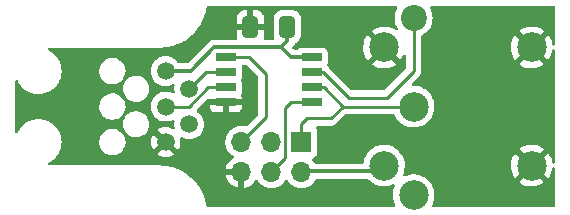
<source format=gbr>
%TF.GenerationSoftware,KiCad,Pcbnew,6.0.2+dfsg-1*%
%TF.CreationDate,2024-04-13T11:51:49+02:00*%
%TF.ProjectId,ps2_to_amiga,7073325f-746f-45f6-916d-6967612e6b69,rev?*%
%TF.SameCoordinates,Original*%
%TF.FileFunction,Copper,L1,Top*%
%TF.FilePolarity,Positive*%
%FSLAX46Y46*%
G04 Gerber Fmt 4.6, Leading zero omitted, Abs format (unit mm)*
G04 Created by KiCad (PCBNEW 6.0.2+dfsg-1) date 2024-04-13 11:51:49*
%MOMM*%
%LPD*%
G01*
G04 APERTURE LIST*
G04 Aperture macros list*
%AMRoundRect*
0 Rectangle with rounded corners*
0 $1 Rounding radius*
0 $2 $3 $4 $5 $6 $7 $8 $9 X,Y pos of 4 corners*
0 Add a 4 corners polygon primitive as box body*
4,1,4,$2,$3,$4,$5,$6,$7,$8,$9,$2,$3,0*
0 Add four circle primitives for the rounded corners*
1,1,$1+$1,$2,$3*
1,1,$1+$1,$4,$5*
1,1,$1+$1,$6,$7*
1,1,$1+$1,$8,$9*
0 Add four rect primitives between the rounded corners*
20,1,$1+$1,$2,$3,$4,$5,0*
20,1,$1+$1,$4,$5,$6,$7,0*
20,1,$1+$1,$6,$7,$8,$9,0*
20,1,$1+$1,$8,$9,$2,$3,0*%
G04 Aperture macros list end*
%TA.AperFunction,SMDPad,CuDef*%
%ADD10R,1.700000X0.650000*%
%TD*%
%TA.AperFunction,ComponentPad*%
%ADD11R,1.700000X1.700000*%
%TD*%
%TA.AperFunction,ComponentPad*%
%ADD12O,1.700000X1.700000*%
%TD*%
%TA.AperFunction,ComponentPad*%
%ADD13C,2.200000*%
%TD*%
%TA.AperFunction,ComponentPad*%
%ADD14C,2.500000*%
%TD*%
%TA.AperFunction,ComponentPad*%
%ADD15C,1.500000*%
%TD*%
%TA.AperFunction,SMDPad,CuDef*%
%ADD16RoundRect,0.250000X0.412500X0.650000X-0.412500X0.650000X-0.412500X-0.650000X0.412500X-0.650000X0*%
%TD*%
%TA.AperFunction,Conductor*%
%ADD17C,0.250000*%
%TD*%
%TA.AperFunction,Conductor*%
%ADD18C,0.304800*%
%TD*%
G04 APERTURE END LIST*
D10*
%TO.P,U1,8,VCC*%
%TO.N,+5V*%
X151400000Y-75845000D03*
%TO.P,U1,7,PB2*%
%TO.N,PS2_CLK*%
X151400000Y-77115000D03*
%TO.P,U1,6,PB1*%
%TO.N,PS2_DAT*%
X151400000Y-78385000D03*
%TO.P,U1,5,AREF/PB0*%
%TO.N,AMIGA_RST*%
X151400000Y-79655000D03*
%TO.P,U1,4,GND*%
%TO.N,GND*%
X144100000Y-79655000D03*
%TO.P,U1,3,XTAL2/PB4*%
%TO.N,AMIGA_DAT*%
X144100000Y-78385000D03*
%TO.P,U1,2,XTAL1/PB3*%
%TO.N,AMIGA_CLK*%
X144100000Y-77115000D03*
%TO.P,U1,1,~{RESET}/PB5*%
%TO.N,/ISP_RST*%
X144100000Y-75845000D03*
%TD*%
D11*
%TO.P,J2,1,MISO*%
%TO.N,PS2_DAT*%
X150500000Y-83000000D03*
D12*
%TO.P,J2,2,VCC*%
%TO.N,+5V*%
X150500000Y-85540000D03*
%TO.P,J2,3,SCK*%
%TO.N,PS2_CLK*%
X147960000Y-83000000D03*
%TO.P,J2,4,MOSI*%
%TO.N,AMIGA_RST*%
X147960000Y-85540000D03*
%TO.P,J2,5,~{RST}*%
%TO.N,/ISP_RST*%
X145420000Y-83000000D03*
%TO.P,J2,6,GND*%
%TO.N,GND*%
X145420000Y-85540000D03*
%TD*%
D13*
%TO.P,J4,1*%
%TO.N,PS2_CLK*%
X160000000Y-72500000D03*
D14*
%TO.P,J4,2*%
%TO.N,PS2_DAT*%
X160000000Y-80000000D03*
%TO.P,J4,3*%
%TO.N,unconnected-(J4-Pad3)*%
X160000000Y-87500000D03*
%TO.P,J4,4*%
%TO.N,GND*%
X157500000Y-75000000D03*
%TO.P,J4,5*%
%TO.N,+5V*%
X157500000Y-85000000D03*
%TO.P,J4,6*%
%TO.N,GND*%
X170000000Y-85000000D03*
X170000000Y-75000000D03*
%TD*%
D15*
%TO.P,J1,1,Pin_1*%
%TO.N,+5V*%
X139000000Y-77000000D03*
%TO.P,J1,2,Pin_2*%
%TO.N,AMIGA_CLK*%
X141000000Y-78500000D03*
%TO.P,J1,3,Pin_3*%
%TO.N,AMIGA_DAT*%
X139000000Y-80000000D03*
%TO.P,J1,4,Pin_4*%
%TO.N,AMIGA_RST*%
X141000000Y-81500000D03*
%TO.P,J1,5,Pin_5*%
%TO.N,GND*%
X139000000Y-83000000D03*
%TD*%
D16*
%TO.P,C1,1*%
%TO.N,+5V*%
X149312500Y-73250000D03*
%TO.P,C1,2*%
%TO.N,GND*%
X146187500Y-73250000D03*
%TD*%
D17*
%TO.N,/ISP_RST*%
X145420000Y-83000000D02*
X147500000Y-80920000D01*
X147500000Y-80920000D02*
X147500000Y-77250000D01*
X147500000Y-77250000D02*
X146095000Y-75845000D01*
X146095000Y-75845000D02*
X144100000Y-75845000D01*
D18*
%TO.N,+5V*%
X148750000Y-75000000D02*
X149312500Y-74437500D01*
X149312500Y-74437500D02*
X149312500Y-73250000D01*
X143125000Y-75000000D02*
X148750000Y-75000000D01*
X151400000Y-75845000D02*
X149595000Y-75845000D01*
X149595000Y-75845000D02*
X148750000Y-75000000D01*
X139000000Y-77000000D02*
X141125000Y-77000000D01*
X141125000Y-77000000D02*
X143125000Y-75000000D01*
D17*
%TO.N,PS2_CLK*%
X152035000Y-77250000D02*
X152170000Y-77115000D01*
X152170000Y-77115000D02*
X152365000Y-77115000D01*
X152365000Y-77115000D02*
X154500000Y-79250000D01*
X154500000Y-79250000D02*
X157750000Y-79250000D01*
X157750000Y-79250000D02*
X160000000Y-77000000D01*
X160000000Y-77000000D02*
X160000000Y-72500000D01*
%TO.N,PS2_DAT*%
X152015000Y-78500000D02*
X152130000Y-78385000D01*
X152130000Y-78385000D02*
X152385000Y-78385000D01*
X152385000Y-78385000D02*
X154000000Y-80000000D01*
X150500000Y-83000000D02*
X150500000Y-81500000D01*
X150500000Y-81500000D02*
X151000000Y-81000000D01*
X151000000Y-81000000D02*
X153000000Y-81000000D01*
X153000000Y-81000000D02*
X154000000Y-80000000D01*
X154000000Y-80000000D02*
X155500000Y-80000000D01*
%TO.N,AMIGA_CLK*%
X141000000Y-78500000D02*
X142385000Y-77115000D01*
X142385000Y-77115000D02*
X144100000Y-77115000D01*
%TO.N,AMIGA_DAT*%
X139000000Y-80000000D02*
X141019589Y-80000000D01*
X141019589Y-80000000D02*
X142634589Y-78385000D01*
X142634589Y-78385000D02*
X144100000Y-78385000D01*
%TO.N,AMIGA_RST*%
X151400000Y-79655000D02*
X149595000Y-79655000D01*
X149134511Y-84365489D02*
X147960000Y-85540000D01*
X149595000Y-79655000D02*
X149134511Y-80115489D01*
X149134511Y-80115489D02*
X149134511Y-84365489D01*
D18*
%TO.N,+5V*%
X150500000Y-85540000D02*
X150540000Y-85500000D01*
X150540000Y-85500000D02*
X157000000Y-85500000D01*
X157000000Y-85500000D02*
X157500000Y-85000000D01*
X149562500Y-73000000D02*
X149562500Y-73507500D01*
D17*
%TO.N,PS2_DAT*%
X155500000Y-80000000D02*
X160000000Y-80000000D01*
%TD*%
%TA.AperFunction,Conductor*%
%TO.N,GND*%
G36*
X158564536Y-71528002D02*
G01*
X158611029Y-71581658D01*
X158621133Y-71651932D01*
X158603848Y-71699835D01*
X158562384Y-71767498D01*
X158560491Y-71772068D01*
X158560489Y-71772072D01*
X158502214Y-71912761D01*
X158465495Y-72001409D01*
X158406391Y-72247597D01*
X158386526Y-72500000D01*
X158406391Y-72752403D01*
X158407545Y-72757210D01*
X158407546Y-72757216D01*
X158445179Y-72913968D01*
X158465495Y-72998591D01*
X158562384Y-73232502D01*
X158564970Y-73236721D01*
X158564973Y-73236728D01*
X158638152Y-73356146D01*
X158656690Y-73424679D01*
X158635233Y-73492356D01*
X158580594Y-73537689D01*
X158510120Y-73546285D01*
X158458899Y-73525507D01*
X158398597Y-73483673D01*
X158390562Y-73478940D01*
X158164593Y-73367505D01*
X158155960Y-73364017D01*
X157915998Y-73287205D01*
X157906938Y-73285029D01*
X157658260Y-73244529D01*
X157648973Y-73243717D01*
X157397053Y-73240419D01*
X157387742Y-73240989D01*
X157138097Y-73274964D01*
X157128978Y-73276902D01*
X156887098Y-73347404D01*
X156878367Y-73350667D01*
X156649558Y-73456151D01*
X156641406Y-73460670D01*
X156462353Y-73578062D01*
X156453216Y-73588803D01*
X156457789Y-73598579D01*
X158899913Y-76040703D01*
X158912293Y-76047463D01*
X158920634Y-76041219D01*
X159046765Y-75845127D01*
X159051212Y-75836936D01*
X159125618Y-75671762D01*
X159171834Y-75617868D01*
X159239850Y-75597515D01*
X159308073Y-75617165D01*
X159354842Y-75670580D01*
X159366500Y-75723513D01*
X159366500Y-76685406D01*
X159346498Y-76753527D01*
X159329595Y-76774501D01*
X157524500Y-78579595D01*
X157462188Y-78613621D01*
X157435405Y-78616500D01*
X154814594Y-78616500D01*
X154746473Y-78596498D01*
X154725499Y-78579595D01*
X153808138Y-77662233D01*
X152868652Y-76722747D01*
X152861112Y-76714461D01*
X152857000Y-76707982D01*
X152807348Y-76661356D01*
X152804507Y-76658602D01*
X152784770Y-76638865D01*
X152781573Y-76636385D01*
X152772551Y-76628680D01*
X152746099Y-76603840D01*
X152746100Y-76603840D01*
X152745023Y-76602829D01*
X152745021Y-76602827D01*
X152740321Y-76598414D01*
X152741061Y-76597626D01*
X152710914Y-76558021D01*
X152708077Y-76559574D01*
X152703766Y-76551699D01*
X152700615Y-76543295D01*
X152697273Y-76538836D01*
X152682470Y-76471152D01*
X152697067Y-76421439D01*
X152700615Y-76416705D01*
X152703454Y-76409133D01*
X156455612Y-76409133D01*
X156464325Y-76420653D01*
X156562018Y-76492284D01*
X156569928Y-76497227D01*
X156792890Y-76614533D01*
X156801453Y-76618256D01*
X157039304Y-76701318D01*
X157048313Y-76703732D01*
X157295842Y-76750727D01*
X157305098Y-76751781D01*
X157556857Y-76761673D01*
X157566171Y-76761347D01*
X157816615Y-76733920D01*
X157825792Y-76732219D01*
X158069431Y-76668074D01*
X158078251Y-76665037D01*
X158309736Y-76565583D01*
X158318008Y-76561276D01*
X158532249Y-76428700D01*
X158539188Y-76423658D01*
X158547518Y-76411019D01*
X158541456Y-76400666D01*
X157512812Y-75372022D01*
X157498868Y-75364408D01*
X157497035Y-75364539D01*
X157490420Y-75368790D01*
X156462270Y-76396940D01*
X156455612Y-76409133D01*
X152703454Y-76409133D01*
X152707030Y-76399595D01*
X152748971Y-76287715D01*
X152751745Y-76280316D01*
X152758500Y-76218134D01*
X152758500Y-75471866D01*
X152751745Y-75409684D01*
X152700615Y-75273295D01*
X152613261Y-75156739D01*
X152496705Y-75069385D01*
X152360316Y-75018255D01*
X152298134Y-75011500D01*
X150501866Y-75011500D01*
X150439684Y-75018255D01*
X150303295Y-75069385D01*
X150186739Y-75156739D01*
X150184957Y-75154362D01*
X150135770Y-75181221D01*
X150108987Y-75184100D01*
X149920945Y-75184100D01*
X149852824Y-75164098D01*
X149831850Y-75147195D01*
X149774650Y-75089995D01*
X149740624Y-75027683D01*
X149745571Y-74958523D01*
X155737898Y-74958523D01*
X155749987Y-75210175D01*
X155751124Y-75219435D01*
X155800274Y-75466535D01*
X155802768Y-75475528D01*
X155887900Y-75712639D01*
X155891700Y-75721174D01*
X156010946Y-75943101D01*
X156015957Y-75950968D01*
X156079446Y-76035990D01*
X156090704Y-76044439D01*
X156103123Y-76037667D01*
X157127978Y-75012812D01*
X157135592Y-74998868D01*
X157135461Y-74997035D01*
X157131210Y-74990420D01*
X156101321Y-73960531D01*
X156088013Y-73953264D01*
X156077974Y-73960386D01*
X156067761Y-73972666D01*
X156062346Y-73980258D01*
X155931646Y-74195646D01*
X155927408Y-74203963D01*
X155829981Y-74436299D01*
X155827020Y-74445149D01*
X155765006Y-74689331D01*
X155763384Y-74698528D01*
X155738143Y-74949198D01*
X155737898Y-74958523D01*
X149745571Y-74958523D01*
X149745689Y-74956868D01*
X149780913Y-74905953D01*
X149807252Y-74882976D01*
X149841393Y-74834398D01*
X149845325Y-74829104D01*
X149877277Y-74788355D01*
X149881963Y-74782379D01*
X149885089Y-74775455D01*
X149888802Y-74769324D01*
X149891438Y-74764704D01*
X149894860Y-74758322D01*
X149899231Y-74752103D01*
X149920799Y-74696786D01*
X149923354Y-74690707D01*
X149931111Y-74673527D01*
X149977373Y-74619672D01*
X150006065Y-74605856D01*
X150048946Y-74591550D01*
X150199348Y-74498478D01*
X150324305Y-74373303D01*
X150336535Y-74353463D01*
X150413275Y-74228968D01*
X150413276Y-74228966D01*
X150417115Y-74222738D01*
X150472797Y-74054861D01*
X150483500Y-73950400D01*
X150483500Y-72549600D01*
X150477842Y-72495070D01*
X150473238Y-72450692D01*
X150473237Y-72450688D01*
X150472526Y-72443834D01*
X150416550Y-72276054D01*
X150323478Y-72125652D01*
X150198303Y-72000695D01*
X150074821Y-71924579D01*
X150053968Y-71911725D01*
X150053966Y-71911724D01*
X150047738Y-71907885D01*
X149967995Y-71881436D01*
X149886389Y-71854368D01*
X149886387Y-71854368D01*
X149879861Y-71852203D01*
X149873025Y-71851503D01*
X149873022Y-71851502D01*
X149829969Y-71847091D01*
X149775400Y-71841500D01*
X148849600Y-71841500D01*
X148846354Y-71841837D01*
X148846350Y-71841837D01*
X148750692Y-71851762D01*
X148750688Y-71851763D01*
X148743834Y-71852474D01*
X148737298Y-71854655D01*
X148737296Y-71854655D01*
X148720928Y-71860116D01*
X148576054Y-71908450D01*
X148425652Y-72001522D01*
X148300695Y-72126697D01*
X148296855Y-72132927D01*
X148296854Y-72132928D01*
X148229138Y-72242784D01*
X148207885Y-72277262D01*
X148152203Y-72445139D01*
X148151503Y-72451975D01*
X148151502Y-72451978D01*
X148151491Y-72452086D01*
X148141500Y-72549600D01*
X148141500Y-73950400D01*
X148141837Y-73953646D01*
X148141837Y-73953650D01*
X148151752Y-74049206D01*
X148152474Y-74056166D01*
X148154657Y-74062708D01*
X148154657Y-74062710D01*
X148191527Y-74173223D01*
X148194112Y-74244173D01*
X148157929Y-74305257D01*
X148094465Y-74337082D01*
X148072004Y-74339100D01*
X147427535Y-74339100D01*
X147359414Y-74319098D01*
X147312921Y-74265442D01*
X147302817Y-74195168D01*
X147307942Y-74173433D01*
X147345137Y-74061293D01*
X147348005Y-74047914D01*
X147357672Y-73953562D01*
X147358000Y-73947146D01*
X147358000Y-73522115D01*
X147353525Y-73506876D01*
X147352135Y-73505671D01*
X147344452Y-73504000D01*
X145035116Y-73504000D01*
X145019877Y-73508475D01*
X145018672Y-73509865D01*
X145017001Y-73517548D01*
X145017001Y-73947095D01*
X145017338Y-73953614D01*
X145027257Y-74049206D01*
X145030150Y-74062603D01*
X145067055Y-74173225D01*
X145069639Y-74244174D01*
X145033455Y-74305258D01*
X144969990Y-74337082D01*
X144947531Y-74339100D01*
X143152263Y-74339100D01*
X143143692Y-74338808D01*
X143090157Y-74335158D01*
X143082680Y-74336463D01*
X143082679Y-74336463D01*
X143069243Y-74338808D01*
X143031653Y-74345369D01*
X143025135Y-74346330D01*
X143006777Y-74348552D01*
X142973738Y-74352550D01*
X142973736Y-74352550D01*
X142966195Y-74353463D01*
X142959087Y-74356149D01*
X142952121Y-74357860D01*
X142946932Y-74359279D01*
X142940053Y-74361356D01*
X142932576Y-74362661D01*
X142925624Y-74365713D01*
X142925623Y-74365713D01*
X142878220Y-74386522D01*
X142872111Y-74389015D01*
X142823664Y-74407321D01*
X142823662Y-74407322D01*
X142816559Y-74410006D01*
X142810302Y-74414306D01*
X142803925Y-74417640D01*
X142799255Y-74420240D01*
X142793058Y-74423905D01*
X142786103Y-74426958D01*
X142780079Y-74431580D01*
X142780078Y-74431581D01*
X142738995Y-74463106D01*
X142733657Y-74466984D01*
X142690988Y-74496309D01*
X142690986Y-74496311D01*
X142684729Y-74500611D01*
X142679677Y-74506281D01*
X142679676Y-74506282D01*
X142646232Y-74543819D01*
X142641251Y-74549095D01*
X140888152Y-76302195D01*
X140825840Y-76336220D01*
X140799057Y-76339100D01*
X140139169Y-76339100D01*
X140071048Y-76319098D01*
X140035956Y-76285371D01*
X139970908Y-76192473D01*
X139970906Y-76192470D01*
X139967749Y-76187962D01*
X139812038Y-76032251D01*
X139782566Y-76011614D01*
X139732759Y-75976739D01*
X139631654Y-75905944D01*
X139432076Y-75812880D01*
X139219371Y-75755885D01*
X139000000Y-75736693D01*
X138780629Y-75755885D01*
X138567924Y-75812880D01*
X138516336Y-75836936D01*
X138373334Y-75903618D01*
X138373329Y-75903621D01*
X138368347Y-75905944D01*
X138363840Y-75909100D01*
X138363838Y-75909101D01*
X138192473Y-76029092D01*
X138192470Y-76029094D01*
X138187962Y-76032251D01*
X138032251Y-76187962D01*
X138029094Y-76192470D01*
X138029092Y-76192473D01*
X137926423Y-76339100D01*
X137905944Y-76368347D01*
X137903621Y-76373329D01*
X137903618Y-76373334D01*
X137875100Y-76434492D01*
X137812880Y-76567924D01*
X137755885Y-76780629D01*
X137736693Y-77000000D01*
X137755885Y-77219371D01*
X137812880Y-77432076D01*
X137843345Y-77497409D01*
X137903618Y-77626666D01*
X137903621Y-77626671D01*
X137905944Y-77631653D01*
X137909100Y-77636160D01*
X137909101Y-77636162D01*
X137992612Y-77755427D01*
X138032251Y-77812038D01*
X138187962Y-77967749D01*
X138192471Y-77970906D01*
X138192473Y-77970908D01*
X138255847Y-78015283D01*
X138368346Y-78094056D01*
X138567924Y-78187120D01*
X138780629Y-78244115D01*
X139000000Y-78263307D01*
X139219371Y-78244115D01*
X139432076Y-78187120D01*
X139585862Y-78115409D01*
X139656054Y-78104748D01*
X139720867Y-78133728D01*
X139759723Y-78193148D01*
X139760818Y-78262217D01*
X139757309Y-78275312D01*
X139757308Y-78275320D01*
X139755885Y-78280629D01*
X139736693Y-78500000D01*
X139755885Y-78719371D01*
X139757308Y-78724680D01*
X139757309Y-78724688D01*
X139760818Y-78737783D01*
X139759130Y-78808760D01*
X139719336Y-78867556D01*
X139654072Y-78895505D01*
X139585862Y-78884591D01*
X139514406Y-78851271D01*
X139432076Y-78812880D01*
X139219371Y-78755885D01*
X139000000Y-78736693D01*
X138780629Y-78755885D01*
X138567924Y-78812880D01*
X138485594Y-78851271D01*
X138373334Y-78903618D01*
X138373329Y-78903621D01*
X138368347Y-78905944D01*
X138363840Y-78909100D01*
X138363838Y-78909101D01*
X138192473Y-79029092D01*
X138192470Y-79029094D01*
X138187962Y-79032251D01*
X138032251Y-79187962D01*
X138029094Y-79192470D01*
X138029092Y-79192473D01*
X137927783Y-79337157D01*
X137905944Y-79368347D01*
X137903621Y-79373329D01*
X137903618Y-79373334D01*
X137880099Y-79423772D01*
X137812880Y-79567924D01*
X137755885Y-79780629D01*
X137736693Y-80000000D01*
X137755885Y-80219371D01*
X137812880Y-80432076D01*
X137843902Y-80498603D01*
X137903618Y-80626666D01*
X137903621Y-80626671D01*
X137905944Y-80631653D01*
X137909100Y-80636160D01*
X137909101Y-80636162D01*
X137992612Y-80755427D01*
X138032251Y-80812038D01*
X138187962Y-80967749D01*
X138192471Y-80970906D01*
X138192473Y-80970908D01*
X138253702Y-81013781D01*
X138368346Y-81094056D01*
X138567924Y-81187120D01*
X138780629Y-81244115D01*
X139000000Y-81263307D01*
X139219371Y-81244115D01*
X139432076Y-81187120D01*
X139585862Y-81115409D01*
X139656054Y-81104748D01*
X139720867Y-81133728D01*
X139759723Y-81193148D01*
X139760818Y-81262217D01*
X139757309Y-81275312D01*
X139757308Y-81275319D01*
X139755885Y-81280629D01*
X139736693Y-81500000D01*
X139755885Y-81719371D01*
X139757306Y-81724675D01*
X139757308Y-81724685D01*
X139760987Y-81738412D01*
X139759299Y-81809389D01*
X139719506Y-81868185D01*
X139654242Y-81896135D01*
X139586031Y-81885221D01*
X139436887Y-81815674D01*
X139426595Y-81811928D01*
X139224599Y-81757804D01*
X139213804Y-81755901D01*
X139005475Y-81737674D01*
X138994525Y-81737674D01*
X138786196Y-81755901D01*
X138775401Y-81757804D01*
X138573405Y-81811928D01*
X138563113Y-81815674D01*
X138373583Y-81904054D01*
X138364093Y-81909534D01*
X138322851Y-81938411D01*
X138314477Y-81948887D01*
X138321545Y-81962334D01*
X139000000Y-82640790D01*
X140038388Y-83679177D01*
X140050162Y-83685606D01*
X140062176Y-83676310D01*
X140090466Y-83635907D01*
X140095946Y-83626417D01*
X140184326Y-83436887D01*
X140188072Y-83426595D01*
X140242196Y-83224599D01*
X140244099Y-83213804D01*
X140262326Y-83005475D01*
X140262326Y-82994525D01*
X140244099Y-82786196D01*
X140242195Y-82775394D01*
X140238589Y-82761937D01*
X140240279Y-82690961D01*
X140280074Y-82632166D01*
X140345339Y-82604219D01*
X140413546Y-82615133D01*
X140567924Y-82687120D01*
X140780629Y-82744115D01*
X141000000Y-82763307D01*
X141219371Y-82744115D01*
X141432076Y-82687120D01*
X141631654Y-82594056D01*
X141742351Y-82516545D01*
X141807527Y-82470908D01*
X141807529Y-82470906D01*
X141812038Y-82467749D01*
X141967749Y-82312038D01*
X142007389Y-82255427D01*
X142090899Y-82136162D01*
X142090900Y-82136160D01*
X142094056Y-82131653D01*
X142096379Y-82126671D01*
X142096382Y-82126666D01*
X142156098Y-81998603D01*
X142187120Y-81932076D01*
X142244115Y-81719371D01*
X142263307Y-81500000D01*
X142244115Y-81280629D01*
X142187120Y-81067924D01*
X142119901Y-80923772D01*
X142096382Y-80873334D01*
X142096379Y-80873329D01*
X142094056Y-80868347D01*
X142077965Y-80845367D01*
X141970908Y-80692473D01*
X141970906Y-80692470D01*
X141967749Y-80687962D01*
X141812038Y-80532251D01*
X141782566Y-80511614D01*
X141682840Y-80441785D01*
X141638512Y-80386328D01*
X141631203Y-80315708D01*
X141666015Y-80249478D01*
X141890824Y-80024669D01*
X142742001Y-80024669D01*
X142742371Y-80031490D01*
X142747895Y-80082352D01*
X142751521Y-80097604D01*
X142796676Y-80218054D01*
X142805214Y-80233649D01*
X142881715Y-80335724D01*
X142894276Y-80348285D01*
X142996351Y-80424786D01*
X143011946Y-80433324D01*
X143132394Y-80478478D01*
X143147649Y-80482105D01*
X143198514Y-80487631D01*
X143205328Y-80488000D01*
X143827885Y-80488000D01*
X143843124Y-80483525D01*
X143844329Y-80482135D01*
X143846000Y-80474452D01*
X143846000Y-80469884D01*
X144354000Y-80469884D01*
X144358475Y-80485123D01*
X144359865Y-80486328D01*
X144367548Y-80487999D01*
X144994669Y-80487999D01*
X145001490Y-80487629D01*
X145052352Y-80482105D01*
X145067604Y-80478479D01*
X145188054Y-80433324D01*
X145203649Y-80424786D01*
X145305724Y-80348285D01*
X145318285Y-80335724D01*
X145394786Y-80233649D01*
X145403324Y-80218054D01*
X145448478Y-80097606D01*
X145452105Y-80082351D01*
X145457631Y-80031486D01*
X145458000Y-80024672D01*
X145458000Y-79927115D01*
X145453525Y-79911876D01*
X145452135Y-79910671D01*
X145444452Y-79909000D01*
X144372115Y-79909000D01*
X144356876Y-79913475D01*
X144355671Y-79914865D01*
X144354000Y-79922548D01*
X144354000Y-80469884D01*
X143846000Y-80469884D01*
X143846000Y-79927115D01*
X143841525Y-79911876D01*
X143840135Y-79910671D01*
X143832452Y-79909000D01*
X142760116Y-79909000D01*
X142744877Y-79913475D01*
X142743672Y-79914865D01*
X142742001Y-79922548D01*
X142742001Y-80024669D01*
X141890824Y-80024669D01*
X142544313Y-79371181D01*
X142606623Y-79337157D01*
X142677439Y-79342222D01*
X142734274Y-79384769D01*
X142736734Y-79389684D01*
X142747865Y-79399329D01*
X142755548Y-79401000D01*
X145439884Y-79401000D01*
X145455123Y-79396525D01*
X145456328Y-79395135D01*
X145457999Y-79387452D01*
X145457999Y-79285331D01*
X145457629Y-79278510D01*
X145452105Y-79227648D01*
X145448479Y-79212396D01*
X145403323Y-79091942D01*
X145397351Y-79081035D01*
X145382182Y-79011678D01*
X145396847Y-78961732D01*
X145400615Y-78956705D01*
X145404205Y-78947131D01*
X145448971Y-78827715D01*
X145451745Y-78820316D01*
X145458500Y-78758134D01*
X145458500Y-78011866D01*
X145451745Y-77949684D01*
X145419911Y-77864767D01*
X145403766Y-77821699D01*
X145403764Y-77821696D01*
X145400615Y-77813295D01*
X145397273Y-77808836D01*
X145382470Y-77741152D01*
X145397067Y-77691439D01*
X145400615Y-77686705D01*
X145409790Y-77662233D01*
X145448971Y-77557715D01*
X145451745Y-77550316D01*
X145458500Y-77488134D01*
X145458500Y-76741866D01*
X145451745Y-76679684D01*
X145448973Y-76672288D01*
X145448971Y-76672282D01*
X145440141Y-76648729D01*
X145434958Y-76577922D01*
X145468879Y-76515553D01*
X145531135Y-76481424D01*
X145558123Y-76478500D01*
X145780406Y-76478500D01*
X145848527Y-76498502D01*
X145869497Y-76515401D01*
X146829597Y-77475502D01*
X146863621Y-77537812D01*
X146866500Y-77564595D01*
X146866500Y-80605405D01*
X146846498Y-80673526D01*
X146829595Y-80694500D01*
X145877345Y-81646750D01*
X145815033Y-81680776D01*
X145766154Y-81681702D01*
X145553373Y-81643800D01*
X145553367Y-81643799D01*
X145548284Y-81642894D01*
X145474452Y-81641992D01*
X145330081Y-81640228D01*
X145330079Y-81640228D01*
X145324911Y-81640165D01*
X145104091Y-81673955D01*
X144891756Y-81743357D01*
X144813455Y-81784118D01*
X144752837Y-81815674D01*
X144693607Y-81846507D01*
X144689474Y-81849610D01*
X144689471Y-81849612D01*
X144519100Y-81977530D01*
X144514965Y-81980635D01*
X144511393Y-81984373D01*
X144387407Y-82114117D01*
X144360629Y-82142138D01*
X144234743Y-82326680D01*
X144205621Y-82389418D01*
X144147920Y-82513726D01*
X144140688Y-82529305D01*
X144080989Y-82744570D01*
X144057251Y-82966695D01*
X144057548Y-82971848D01*
X144057548Y-82971851D01*
X144066389Y-83125181D01*
X144070110Y-83189715D01*
X144071247Y-83194761D01*
X144071248Y-83194767D01*
X144089648Y-83276412D01*
X144119222Y-83407639D01*
X144149901Y-83483192D01*
X144192785Y-83588803D01*
X144203266Y-83614616D01*
X144242829Y-83679177D01*
X144317291Y-83800688D01*
X144319987Y-83805088D01*
X144466250Y-83973938D01*
X144638126Y-84116632D01*
X144675135Y-84138258D01*
X144711955Y-84159774D01*
X144760679Y-84211412D01*
X144773750Y-84281195D01*
X144747019Y-84346967D01*
X144706562Y-84380327D01*
X144698457Y-84384546D01*
X144689738Y-84390036D01*
X144519433Y-84517905D01*
X144511726Y-84524748D01*
X144364590Y-84678717D01*
X144358104Y-84686727D01*
X144238098Y-84862649D01*
X144233000Y-84871623D01*
X144143338Y-85064783D01*
X144139775Y-85074470D01*
X144084389Y-85274183D01*
X144085912Y-85282607D01*
X144098292Y-85286000D01*
X145548000Y-85286000D01*
X145616121Y-85306002D01*
X145662614Y-85359658D01*
X145674000Y-85412000D01*
X145674000Y-86858517D01*
X145678064Y-86872359D01*
X145691478Y-86874393D01*
X145698184Y-86873534D01*
X145708262Y-86871392D01*
X145912255Y-86810191D01*
X145921842Y-86806433D01*
X146113095Y-86712739D01*
X146121945Y-86707464D01*
X146295328Y-86583792D01*
X146303200Y-86577139D01*
X146454052Y-86426812D01*
X146460730Y-86418965D01*
X146588022Y-86241819D01*
X146589279Y-86242722D01*
X146636373Y-86199362D01*
X146706311Y-86187145D01*
X146771751Y-86214678D01*
X146799579Y-86246511D01*
X146859987Y-86345088D01*
X147006250Y-86513938D01*
X147178126Y-86656632D01*
X147371000Y-86769338D01*
X147375825Y-86771180D01*
X147375826Y-86771181D01*
X147448612Y-86798975D01*
X147579692Y-86849030D01*
X147584760Y-86850061D01*
X147584763Y-86850062D01*
X147679862Y-86869410D01*
X147798597Y-86893567D01*
X147803772Y-86893757D01*
X147803774Y-86893757D01*
X148016673Y-86901564D01*
X148016677Y-86901564D01*
X148021837Y-86901753D01*
X148026957Y-86901097D01*
X148026959Y-86901097D01*
X148238288Y-86874025D01*
X148238289Y-86874025D01*
X148243416Y-86873368D01*
X148248366Y-86871883D01*
X148452429Y-86810661D01*
X148452434Y-86810659D01*
X148457384Y-86809174D01*
X148657994Y-86710896D01*
X148839860Y-86581173D01*
X148856911Y-86564182D01*
X148994435Y-86427137D01*
X148998096Y-86423489D01*
X149128453Y-86242077D01*
X149129776Y-86243028D01*
X149176645Y-86199857D01*
X149246580Y-86187625D01*
X149312026Y-86215144D01*
X149339875Y-86246994D01*
X149399987Y-86345088D01*
X149546250Y-86513938D01*
X149718126Y-86656632D01*
X149911000Y-86769338D01*
X149915825Y-86771180D01*
X149915826Y-86771181D01*
X149988612Y-86798975D01*
X150119692Y-86849030D01*
X150124760Y-86850061D01*
X150124763Y-86850062D01*
X150219862Y-86869410D01*
X150338597Y-86893567D01*
X150343772Y-86893757D01*
X150343774Y-86893757D01*
X150556673Y-86901564D01*
X150556677Y-86901564D01*
X150561837Y-86901753D01*
X150566957Y-86901097D01*
X150566959Y-86901097D01*
X150778288Y-86874025D01*
X150778289Y-86874025D01*
X150783416Y-86873368D01*
X150788366Y-86871883D01*
X150992429Y-86810661D01*
X150992434Y-86810659D01*
X150997384Y-86809174D01*
X151197994Y-86710896D01*
X151379860Y-86581173D01*
X151396911Y-86564182D01*
X151534435Y-86427137D01*
X151538096Y-86423489D01*
X151668453Y-86242077D01*
X151673890Y-86231076D01*
X151722001Y-86178868D01*
X151786848Y-86160900D01*
X156121273Y-86160900D01*
X156189394Y-86180902D01*
X156209979Y-86197417D01*
X156255031Y-86242077D01*
X156354743Y-86340923D01*
X156358505Y-86343681D01*
X156358508Y-86343684D01*
X156538924Y-86475970D01*
X156565524Y-86495474D01*
X156569667Y-86497654D01*
X156569669Y-86497655D01*
X156792684Y-86614989D01*
X156792689Y-86614991D01*
X156796834Y-86617172D01*
X156899188Y-86652916D01*
X157032351Y-86699419D01*
X157043590Y-86703344D01*
X157048183Y-86704216D01*
X157295785Y-86751224D01*
X157295788Y-86751224D01*
X157300374Y-86752095D01*
X157430959Y-86757226D01*
X157556875Y-86762174D01*
X157556881Y-86762174D01*
X157561543Y-86762357D01*
X157640977Y-86753657D01*
X157816707Y-86734412D01*
X157816712Y-86734411D01*
X157821360Y-86733902D01*
X157900095Y-86713173D01*
X158069594Y-86668548D01*
X158069596Y-86668547D01*
X158074117Y-86667357D01*
X158236571Y-86597561D01*
X158307056Y-86589049D01*
X158370953Y-86619994D01*
X158407977Y-86680573D01*
X158406372Y-86751551D01*
X158402506Y-86762054D01*
X158327697Y-86940455D01*
X158263359Y-87193783D01*
X158262891Y-87198434D01*
X158262890Y-87198438D01*
X158259229Y-87234794D01*
X158237173Y-87453839D01*
X158237397Y-87458505D01*
X158237397Y-87458511D01*
X158241954Y-87553366D01*
X158249713Y-87714908D01*
X158300704Y-87971256D01*
X158389026Y-88217252D01*
X158436908Y-88306364D01*
X158451529Y-88375837D01*
X158426270Y-88442188D01*
X158369149Y-88484350D01*
X158325914Y-88492000D01*
X142585588Y-88492000D01*
X142517467Y-88471998D01*
X142470974Y-88418342D01*
X142460796Y-88383408D01*
X142444367Y-88265633D01*
X142444366Y-88265630D01*
X142443964Y-88262745D01*
X142359115Y-87901987D01*
X142241341Y-87550597D01*
X142091647Y-87211572D01*
X142084332Y-87198438D01*
X141912732Y-86890359D01*
X141911310Y-86887806D01*
X141701870Y-86582060D01*
X141700022Y-86579834D01*
X141700014Y-86579824D01*
X141466969Y-86299179D01*
X141466966Y-86299176D01*
X141465112Y-86296943D01*
X141203057Y-86034888D01*
X141176968Y-86013224D01*
X140929786Y-85807966D01*
X144088257Y-85807966D01*
X144118565Y-85942446D01*
X144121645Y-85952275D01*
X144201770Y-86149603D01*
X144206413Y-86158794D01*
X144317694Y-86340388D01*
X144323777Y-86348699D01*
X144463213Y-86509667D01*
X144470580Y-86516883D01*
X144634434Y-86652916D01*
X144642881Y-86658831D01*
X144826756Y-86766279D01*
X144836042Y-86770729D01*
X145035001Y-86846703D01*
X145044899Y-86849579D01*
X145148250Y-86870606D01*
X145162299Y-86869410D01*
X145166000Y-86859065D01*
X145166000Y-85812115D01*
X145161525Y-85796876D01*
X145160135Y-85795671D01*
X145152452Y-85794000D01*
X144103225Y-85794000D01*
X144089694Y-85797973D01*
X144088257Y-85807966D01*
X140929786Y-85807966D01*
X140920176Y-85799986D01*
X140920166Y-85799978D01*
X140917940Y-85798130D01*
X140612194Y-85588690D01*
X140409030Y-85475528D01*
X140290985Y-85409777D01*
X140290981Y-85409775D01*
X140288428Y-85408353D01*
X139949403Y-85258659D01*
X139598013Y-85140885D01*
X139595180Y-85140219D01*
X139595174Y-85140217D01*
X139404711Y-85095421D01*
X139237255Y-85056036D01*
X139234370Y-85055634D01*
X139234367Y-85055633D01*
X138904222Y-85009580D01*
X138870206Y-85004835D01*
X138867322Y-85004702D01*
X138867315Y-85004701D01*
X138697516Y-84996851D01*
X138531344Y-84989168D01*
X138521212Y-84988085D01*
X138517351Y-84987739D01*
X138512539Y-84986929D01*
X138505999Y-84986849D01*
X138504859Y-84986835D01*
X138504855Y-84986835D01*
X138500000Y-84986776D01*
X138473704Y-84990542D01*
X138472412Y-84990727D01*
X138454549Y-84992000D01*
X129132437Y-84992000D01*
X129064316Y-84971998D01*
X129017823Y-84918342D01*
X129007719Y-84848068D01*
X129037213Y-84783488D01*
X129077895Y-84752417D01*
X129208632Y-84689638D01*
X129208633Y-84689637D01*
X129212651Y-84687708D01*
X129216357Y-84685232D01*
X129437146Y-84537706D01*
X129437150Y-84537703D01*
X129440848Y-84535232D01*
X129645283Y-84352124D01*
X129649869Y-84346669D01*
X129735182Y-84245176D01*
X129821880Y-84142037D01*
X129841240Y-84110995D01*
X129887057Y-84037529D01*
X129967112Y-83909164D01*
X130078084Y-83658151D01*
X130084358Y-83635907D01*
X130105458Y-83561089D01*
X130152581Y-83394006D01*
X130167183Y-83285293D01*
X130188689Y-83125181D01*
X130188690Y-83125173D01*
X130189116Y-83121999D01*
X130189217Y-83118788D01*
X130192849Y-83003222D01*
X130192849Y-83003217D01*
X130192950Y-83000000D01*
X130190888Y-82970872D01*
X133387634Y-82970872D01*
X133400953Y-83174072D01*
X133451079Y-83371443D01*
X133536333Y-83556373D01*
X133653861Y-83722671D01*
X133799726Y-83864767D01*
X133804522Y-83867972D01*
X133804525Y-83867974D01*
X133871844Y-83912955D01*
X133969043Y-83977901D01*
X133974346Y-83980179D01*
X133974349Y-83980181D01*
X134137233Y-84050161D01*
X134156142Y-84058285D01*
X134229609Y-84074909D01*
X134349120Y-84101952D01*
X134349126Y-84101953D01*
X134354757Y-84103227D01*
X134360528Y-84103454D01*
X134360530Y-84103454D01*
X134421504Y-84105850D01*
X134558237Y-84111222D01*
X134663588Y-84095947D01*
X134754045Y-84082832D01*
X134754050Y-84082831D01*
X134759766Y-84082002D01*
X134765238Y-84080144D01*
X134765240Y-84080144D01*
X134853567Y-84050161D01*
X138314393Y-84050161D01*
X138323687Y-84062175D01*
X138364088Y-84090464D01*
X138373584Y-84095947D01*
X138563113Y-84184326D01*
X138573405Y-84188072D01*
X138775401Y-84242196D01*
X138786196Y-84244099D01*
X138994525Y-84262326D01*
X139005475Y-84262326D01*
X139213804Y-84244099D01*
X139224599Y-84242196D01*
X139426595Y-84188072D01*
X139436887Y-84184326D01*
X139626416Y-84095947D01*
X139635912Y-84090464D01*
X139677148Y-84061590D01*
X139685523Y-84051112D01*
X139678457Y-84037668D01*
X139012811Y-83372021D01*
X138998868Y-83364408D01*
X138997034Y-83364539D01*
X138990420Y-83368790D01*
X138320820Y-84038391D01*
X138314393Y-84050161D01*
X134853567Y-84050161D01*
X134947131Y-84018400D01*
X134947133Y-84018399D01*
X134952595Y-84016545D01*
X135130267Y-83917044D01*
X135135184Y-83912955D01*
X135260605Y-83808643D01*
X135286831Y-83786831D01*
X135397424Y-83653858D01*
X135413353Y-83634705D01*
X135417044Y-83630267D01*
X135516545Y-83452595D01*
X135533518Y-83402596D01*
X135580144Y-83265240D01*
X135580144Y-83265238D01*
X135582002Y-83259766D01*
X135582831Y-83254050D01*
X135582832Y-83254045D01*
X135610689Y-83061911D01*
X135611222Y-83058237D01*
X135612604Y-83005475D01*
X137737674Y-83005475D01*
X137755901Y-83213804D01*
X137757804Y-83224599D01*
X137811928Y-83426595D01*
X137815674Y-83436887D01*
X137904054Y-83626417D01*
X137909534Y-83635907D01*
X137938411Y-83677149D01*
X137948887Y-83685523D01*
X137962334Y-83678455D01*
X138627979Y-83012811D01*
X138635592Y-82998868D01*
X138635461Y-82997034D01*
X138631210Y-82990420D01*
X137961609Y-82320820D01*
X137949839Y-82314393D01*
X137937824Y-82323689D01*
X137909534Y-82364093D01*
X137904054Y-82373583D01*
X137815674Y-82563113D01*
X137811928Y-82573405D01*
X137757804Y-82775401D01*
X137755901Y-82786196D01*
X137737674Y-82994525D01*
X137737674Y-83005475D01*
X135612604Y-83005475D01*
X135612747Y-83000000D01*
X135594114Y-82797218D01*
X135591006Y-82786196D01*
X135540408Y-82606791D01*
X135538839Y-82601227D01*
X135471093Y-82463852D01*
X135451328Y-82423772D01*
X135448773Y-82418591D01*
X135426989Y-82389418D01*
X135330385Y-82260051D01*
X135326932Y-82255427D01*
X135177397Y-82117198D01*
X135088470Y-82061089D01*
X135010057Y-82011614D01*
X135005177Y-82008535D01*
X134816037Y-81933076D01*
X134810377Y-81931950D01*
X134810373Y-81931949D01*
X134621982Y-81894476D01*
X134621977Y-81894476D01*
X134616314Y-81893349D01*
X134610539Y-81893273D01*
X134610535Y-81893273D01*
X134508527Y-81891938D01*
X134412695Y-81890683D01*
X134406998Y-81891662D01*
X134406997Y-81891662D01*
X134217697Y-81924190D01*
X134212000Y-81925169D01*
X134020950Y-81995651D01*
X134015989Y-81998603D01*
X134015988Y-81998603D01*
X133850912Y-82096813D01*
X133850909Y-82096815D01*
X133845944Y-82099769D01*
X133692842Y-82234036D01*
X133566772Y-82393955D01*
X133564083Y-82399066D01*
X133564081Y-82399069D01*
X133554624Y-82417044D01*
X133471956Y-82574170D01*
X133470242Y-82579691D01*
X133470240Y-82579695D01*
X133413376Y-82762828D01*
X133411569Y-82768647D01*
X133387634Y-82970872D01*
X130190888Y-82970872D01*
X130173566Y-82726236D01*
X130145610Y-82596381D01*
X130116739Y-82462281D01*
X130116738Y-82462279D01*
X130115803Y-82457934D01*
X130020811Y-82200448D01*
X129918922Y-82011614D01*
X129892600Y-81962831D01*
X129890487Y-81958915D01*
X129727431Y-81738155D01*
X129723747Y-81734412D01*
X129626575Y-81635702D01*
X129534896Y-81542572D01*
X129531357Y-81539871D01*
X129531350Y-81539865D01*
X129440947Y-81470872D01*
X135387634Y-81470872D01*
X135400953Y-81674072D01*
X135451079Y-81871443D01*
X135536333Y-82056373D01*
X135653861Y-82222671D01*
X135799726Y-82364767D01*
X135804522Y-82367972D01*
X135804525Y-82367974D01*
X135877964Y-82417044D01*
X135969043Y-82477901D01*
X135974346Y-82480179D01*
X135974349Y-82480181D01*
X136058989Y-82516545D01*
X136156142Y-82558285D01*
X136222963Y-82573405D01*
X136349120Y-82601952D01*
X136349126Y-82601953D01*
X136354757Y-82603227D01*
X136360528Y-82603454D01*
X136360530Y-82603454D01*
X136421504Y-82605850D01*
X136558237Y-82611222D01*
X136662919Y-82596044D01*
X136754045Y-82582832D01*
X136754050Y-82582831D01*
X136759766Y-82582002D01*
X136765238Y-82580144D01*
X136765240Y-82580144D01*
X136947131Y-82518400D01*
X136947133Y-82518399D01*
X136952595Y-82516545D01*
X137130267Y-82417044D01*
X137158029Y-82393955D01*
X137282393Y-82290522D01*
X137286831Y-82286831D01*
X137417044Y-82130267D01*
X137516545Y-81952595D01*
X137522445Y-81935216D01*
X137580144Y-81765240D01*
X137580144Y-81765238D01*
X137582002Y-81759766D01*
X137582831Y-81754050D01*
X137582832Y-81754045D01*
X137609421Y-81570659D01*
X137611222Y-81558237D01*
X137612747Y-81500000D01*
X137594114Y-81297218D01*
X137589436Y-81280629D01*
X137562408Y-81184795D01*
X137538839Y-81101227D01*
X137448773Y-80918591D01*
X137426989Y-80889418D01*
X137330385Y-80760051D01*
X137326932Y-80755427D01*
X137177397Y-80617198D01*
X137088470Y-80561089D01*
X137010057Y-80511614D01*
X137005177Y-80508535D01*
X136816037Y-80433076D01*
X136810377Y-80431950D01*
X136810373Y-80431949D01*
X136621982Y-80394476D01*
X136621977Y-80394476D01*
X136616314Y-80393349D01*
X136610539Y-80393273D01*
X136610535Y-80393273D01*
X136508527Y-80391938D01*
X136412695Y-80390683D01*
X136406998Y-80391662D01*
X136406997Y-80391662D01*
X136217697Y-80424190D01*
X136212000Y-80425169D01*
X136020950Y-80495651D01*
X136015989Y-80498603D01*
X136015988Y-80498603D01*
X135850912Y-80596813D01*
X135850909Y-80596815D01*
X135845944Y-80599769D01*
X135692842Y-80734036D01*
X135566772Y-80893955D01*
X135564083Y-80899066D01*
X135564081Y-80899069D01*
X135542516Y-80940057D01*
X135471956Y-81074170D01*
X135470242Y-81079691D01*
X135470240Y-81079695D01*
X135413376Y-81262828D01*
X135411569Y-81268647D01*
X135387634Y-81470872D01*
X129440947Y-81470872D01*
X129374249Y-81419970D01*
X129316724Y-81376068D01*
X129308369Y-81371389D01*
X129081154Y-81244142D01*
X129081151Y-81244141D01*
X129077268Y-81241966D01*
X129073129Y-81240365D01*
X129073121Y-81240361D01*
X128832772Y-81147378D01*
X128821306Y-81142942D01*
X128816981Y-81141939D01*
X128816976Y-81141938D01*
X128656525Y-81104748D01*
X128553944Y-81080971D01*
X128280519Y-81057290D01*
X128276084Y-81057534D01*
X128276080Y-81057534D01*
X128010927Y-81072126D01*
X128010920Y-81072127D01*
X128006484Y-81072371D01*
X127737308Y-81125913D01*
X127478362Y-81216849D01*
X127474411Y-81218902D01*
X127474405Y-81218904D01*
X127256905Y-81331886D01*
X127234811Y-81343363D01*
X127231196Y-81345946D01*
X127231190Y-81345950D01*
X127015138Y-81500343D01*
X127015134Y-81500346D01*
X127011517Y-81502931D01*
X126812934Y-81692370D01*
X126693306Y-81844118D01*
X126653607Y-81894476D01*
X126643024Y-81907900D01*
X126640792Y-81911742D01*
X126640789Y-81911747D01*
X126507415Y-82141366D01*
X126507412Y-82141372D01*
X126505177Y-82145220D01*
X126503503Y-82149353D01*
X126500784Y-82156066D01*
X126456672Y-82211695D01*
X126389487Y-82234644D01*
X126320560Y-82217628D01*
X126271774Y-82166048D01*
X126258000Y-82108764D01*
X126258000Y-79970872D01*
X133387634Y-79970872D01*
X133400953Y-80174072D01*
X133451079Y-80371443D01*
X133536333Y-80556373D01*
X133653861Y-80722671D01*
X133799726Y-80864767D01*
X133804522Y-80867972D01*
X133804525Y-80867974D01*
X133941016Y-80959174D01*
X133969043Y-80977901D01*
X133974346Y-80980179D01*
X133974349Y-80980181D01*
X134058989Y-81016545D01*
X134156142Y-81058285D01*
X134222234Y-81073240D01*
X134349120Y-81101952D01*
X134349126Y-81101953D01*
X134354757Y-81103227D01*
X134360528Y-81103454D01*
X134360530Y-81103454D01*
X134410545Y-81105419D01*
X134558237Y-81111222D01*
X134662919Y-81096044D01*
X134754045Y-81082832D01*
X134754050Y-81082831D01*
X134759766Y-81082002D01*
X134765238Y-81080144D01*
X134765240Y-81080144D01*
X134947131Y-81018400D01*
X134947133Y-81018399D01*
X134952595Y-81016545D01*
X135130267Y-80917044D01*
X135158029Y-80893955D01*
X135282393Y-80790522D01*
X135286831Y-80786831D01*
X135417044Y-80630267D01*
X135516545Y-80452595D01*
X135522445Y-80435216D01*
X135580144Y-80265240D01*
X135580144Y-80265238D01*
X135582002Y-80259766D01*
X135582831Y-80254050D01*
X135582832Y-80254045D01*
X135605829Y-80095432D01*
X135611222Y-80058237D01*
X135612747Y-80000000D01*
X135594114Y-79797218D01*
X135589436Y-79780629D01*
X135546748Y-79629270D01*
X135538839Y-79601227D01*
X135448773Y-79418591D01*
X135432296Y-79396525D01*
X135330385Y-79260051D01*
X135326932Y-79255427D01*
X135177397Y-79117198D01*
X135145089Y-79096813D01*
X135010057Y-79011614D01*
X135005177Y-79008535D01*
X134816037Y-78933076D01*
X134810377Y-78931950D01*
X134810373Y-78931949D01*
X134621982Y-78894476D01*
X134621977Y-78894476D01*
X134616314Y-78893349D01*
X134610539Y-78893273D01*
X134610535Y-78893273D01*
X134508527Y-78891938D01*
X134412695Y-78890683D01*
X134406998Y-78891662D01*
X134406997Y-78891662D01*
X134305509Y-78909101D01*
X134212000Y-78925169D01*
X134020950Y-78995651D01*
X134015989Y-78998603D01*
X134015988Y-78998603D01*
X133850912Y-79096813D01*
X133850909Y-79096815D01*
X133845944Y-79099769D01*
X133692842Y-79234036D01*
X133689267Y-79238571D01*
X133689266Y-79238572D01*
X133684060Y-79245176D01*
X133566772Y-79393955D01*
X133564083Y-79399066D01*
X133564081Y-79399069D01*
X133554624Y-79417044D01*
X133471956Y-79574170D01*
X133470242Y-79579691D01*
X133470240Y-79579695D01*
X133414899Y-79757923D01*
X133411569Y-79768647D01*
X133387634Y-79970872D01*
X126258000Y-79970872D01*
X126258000Y-77883439D01*
X126278002Y-77815318D01*
X126331658Y-77768825D01*
X126401932Y-77758721D01*
X126466512Y-77788215D01*
X126496713Y-77827120D01*
X126542419Y-77918591D01*
X126577621Y-77989042D01*
X126733663Y-78214815D01*
X126798116Y-78284540D01*
X126874378Y-78367040D01*
X126919959Y-78416350D01*
X126923413Y-78419162D01*
X127129337Y-78586810D01*
X127129341Y-78586813D01*
X127132794Y-78589624D01*
X127136616Y-78591925D01*
X127348303Y-78719371D01*
X127367919Y-78731181D01*
X127435425Y-78759766D01*
X127616542Y-78836460D01*
X127616547Y-78836462D01*
X127620645Y-78838197D01*
X127624942Y-78839336D01*
X127624947Y-78839338D01*
X127731373Y-78867556D01*
X127885927Y-78908535D01*
X128158475Y-78940793D01*
X128432848Y-78934327D01*
X128506440Y-78922078D01*
X128699183Y-78889997D01*
X128699187Y-78889996D01*
X128703573Y-78889266D01*
X128707814Y-78887925D01*
X128707817Y-78887924D01*
X128961002Y-78807852D01*
X128961004Y-78807851D01*
X128965248Y-78806509D01*
X128969259Y-78804583D01*
X128969264Y-78804581D01*
X129208632Y-78689638D01*
X129208633Y-78689637D01*
X129212651Y-78687708D01*
X129233059Y-78674072D01*
X129437146Y-78537706D01*
X129437150Y-78537703D01*
X129440848Y-78535232D01*
X129512704Y-78470872D01*
X135387634Y-78470872D01*
X135400953Y-78674072D01*
X135451079Y-78871443D01*
X135536333Y-79056373D01*
X135653861Y-79222671D01*
X135799726Y-79364767D01*
X135804522Y-79367972D01*
X135804525Y-79367974D01*
X135877964Y-79417044D01*
X135969043Y-79477901D01*
X135974346Y-79480179D01*
X135974349Y-79480181D01*
X136058989Y-79516545D01*
X136156142Y-79558285D01*
X136226344Y-79574170D01*
X136349120Y-79601952D01*
X136349126Y-79601953D01*
X136354757Y-79603227D01*
X136360528Y-79603454D01*
X136360530Y-79603454D01*
X136421504Y-79605850D01*
X136558237Y-79611222D01*
X136662919Y-79596044D01*
X136754045Y-79582832D01*
X136754050Y-79582831D01*
X136759766Y-79582002D01*
X136765238Y-79580144D01*
X136765240Y-79580144D01*
X136947131Y-79518400D01*
X136947133Y-79518399D01*
X136952595Y-79516545D01*
X137130267Y-79417044D01*
X137158029Y-79393955D01*
X137282393Y-79290522D01*
X137286831Y-79286831D01*
X137417044Y-79130267D01*
X137516545Y-78952595D01*
X137522445Y-78935216D01*
X137580144Y-78765240D01*
X137580144Y-78765238D01*
X137582002Y-78759766D01*
X137582831Y-78754050D01*
X137582832Y-78754045D01*
X137605674Y-78596498D01*
X137611222Y-78558237D01*
X137612747Y-78500000D01*
X137594114Y-78297218D01*
X137590539Y-78284540D01*
X137562408Y-78184795D01*
X137538839Y-78101227D01*
X137471093Y-77963852D01*
X137451328Y-77923772D01*
X137448773Y-77918591D01*
X137444565Y-77912955D01*
X137330385Y-77760051D01*
X137326932Y-77755427D01*
X137177397Y-77617198D01*
X137145089Y-77596813D01*
X137010057Y-77511614D01*
X137005177Y-77508535D01*
X136816037Y-77433076D01*
X136810377Y-77431950D01*
X136810373Y-77431949D01*
X136621982Y-77394476D01*
X136621977Y-77394476D01*
X136616314Y-77393349D01*
X136610539Y-77393273D01*
X136610535Y-77393273D01*
X136508527Y-77391938D01*
X136412695Y-77390683D01*
X136406998Y-77391662D01*
X136406997Y-77391662D01*
X136217697Y-77424190D01*
X136212000Y-77425169D01*
X136020950Y-77495651D01*
X136015989Y-77498603D01*
X136015988Y-77498603D01*
X135850912Y-77596813D01*
X135850909Y-77596815D01*
X135845944Y-77599769D01*
X135692842Y-77734036D01*
X135689267Y-77738571D01*
X135689266Y-77738572D01*
X135681439Y-77748500D01*
X135566772Y-77893955D01*
X135564083Y-77899066D01*
X135564081Y-77899069D01*
X135554624Y-77917044D01*
X135471956Y-78074170D01*
X135470242Y-78079691D01*
X135470240Y-78079695D01*
X135413376Y-78262828D01*
X135411569Y-78268647D01*
X135387634Y-78470872D01*
X129512704Y-78470872D01*
X129645283Y-78352124D01*
X129821880Y-78142037D01*
X129841240Y-78110995D01*
X129891145Y-78030973D01*
X129967112Y-77909164D01*
X130078084Y-77658151D01*
X130084697Y-77634705D01*
X130106410Y-77557715D01*
X130152581Y-77394006D01*
X130168725Y-77273812D01*
X130188689Y-77125181D01*
X130188690Y-77125173D01*
X130189116Y-77121999D01*
X130190684Y-77072101D01*
X130192849Y-77003222D01*
X130192849Y-77003217D01*
X130192950Y-77000000D01*
X130190888Y-76970872D01*
X133387634Y-76970872D01*
X133400953Y-77174072D01*
X133451079Y-77371443D01*
X133536333Y-77556373D01*
X133653861Y-77722671D01*
X133799726Y-77864767D01*
X133804522Y-77867972D01*
X133804525Y-77867974D01*
X133877964Y-77917044D01*
X133969043Y-77977901D01*
X133974346Y-77980179D01*
X133974349Y-77980181D01*
X134150835Y-78056005D01*
X134156142Y-78058285D01*
X134226344Y-78074170D01*
X134349120Y-78101952D01*
X134349126Y-78101953D01*
X134354757Y-78103227D01*
X134360528Y-78103454D01*
X134360530Y-78103454D01*
X134421504Y-78105850D01*
X134558237Y-78111222D01*
X134662919Y-78096044D01*
X134754045Y-78082832D01*
X134754050Y-78082831D01*
X134759766Y-78082002D01*
X134765238Y-78080144D01*
X134765240Y-78080144D01*
X134947131Y-78018400D01*
X134947133Y-78018399D01*
X134952595Y-78016545D01*
X135130267Y-77917044D01*
X135135184Y-77912955D01*
X135252579Y-77815318D01*
X135286831Y-77786831D01*
X135417044Y-77630267D01*
X135516545Y-77452595D01*
X135520029Y-77442333D01*
X135580144Y-77265240D01*
X135580144Y-77265238D01*
X135582002Y-77259766D01*
X135582831Y-77254050D01*
X135582832Y-77254045D01*
X135603528Y-77111300D01*
X135611222Y-77058237D01*
X135612747Y-77000000D01*
X135594114Y-76797218D01*
X135589519Y-76780923D01*
X135560966Y-76679684D01*
X135538839Y-76601227D01*
X135474693Y-76471152D01*
X135451328Y-76423772D01*
X135448773Y-76418591D01*
X135426989Y-76389418D01*
X135330385Y-76260051D01*
X135326932Y-76255427D01*
X135177397Y-76117198D01*
X135048941Y-76036148D01*
X135010057Y-76011614D01*
X135005177Y-76008535D01*
X134816037Y-75933076D01*
X134810377Y-75931950D01*
X134810373Y-75931949D01*
X134621982Y-75894476D01*
X134621977Y-75894476D01*
X134616314Y-75893349D01*
X134610539Y-75893273D01*
X134610535Y-75893273D01*
X134508527Y-75891938D01*
X134412695Y-75890683D01*
X134406998Y-75891662D01*
X134406997Y-75891662D01*
X134305509Y-75909101D01*
X134212000Y-75925169D01*
X134020950Y-75995651D01*
X134015989Y-75998603D01*
X134015988Y-75998603D01*
X133850912Y-76096813D01*
X133850909Y-76096815D01*
X133845944Y-76099769D01*
X133692842Y-76234036D01*
X133566772Y-76393955D01*
X133564083Y-76399066D01*
X133564081Y-76399069D01*
X133522994Y-76477163D01*
X133471956Y-76574170D01*
X133470242Y-76579691D01*
X133470240Y-76579695D01*
X133413836Y-76761347D01*
X133411569Y-76768647D01*
X133387634Y-76970872D01*
X130190888Y-76970872D01*
X130173566Y-76726236D01*
X130171471Y-76716502D01*
X130116739Y-76462281D01*
X130116738Y-76462279D01*
X130115803Y-76457934D01*
X130020811Y-76200448D01*
X129918922Y-76011614D01*
X129892600Y-75962831D01*
X129890487Y-75958915D01*
X129727431Y-75738155D01*
X129713018Y-75723513D01*
X129632895Y-75642123D01*
X129534896Y-75542572D01*
X129531357Y-75539871D01*
X129531350Y-75539865D01*
X129320264Y-75378770D01*
X129316724Y-75376068D01*
X129080782Y-75243934D01*
X129031120Y-75193197D01*
X129016773Y-75123666D01*
X129042294Y-75057415D01*
X129099582Y-75015480D01*
X129142348Y-75008000D01*
X138446793Y-75008000D01*
X138467697Y-75009746D01*
X138487461Y-75013071D01*
X138493537Y-75013145D01*
X138495131Y-75013165D01*
X138495136Y-75013165D01*
X138500000Y-75013224D01*
X138504821Y-75012533D01*
X138506637Y-75012415D01*
X138515770Y-75011551D01*
X138663223Y-75004734D01*
X138867315Y-74995299D01*
X138867322Y-74995298D01*
X138870206Y-74995165D01*
X139132885Y-74958523D01*
X139234367Y-74944367D01*
X139234370Y-74944366D01*
X139237255Y-74943964D01*
X139496562Y-74882976D01*
X139595174Y-74859783D01*
X139595180Y-74859781D01*
X139598013Y-74859115D01*
X139949403Y-74741341D01*
X140288428Y-74591647D01*
X140364824Y-74549095D01*
X140596733Y-74419922D01*
X140612194Y-74411310D01*
X140917940Y-74201870D01*
X140920166Y-74200022D01*
X140920176Y-74200014D01*
X141200821Y-73966969D01*
X141200824Y-73966966D01*
X141203057Y-73965112D01*
X141465112Y-73703057D01*
X141466969Y-73700821D01*
X141700014Y-73420176D01*
X141700022Y-73420166D01*
X141701870Y-73417940D01*
X141911310Y-73112194D01*
X141923523Y-73090268D01*
X141986120Y-72977885D01*
X145017000Y-72977885D01*
X145021475Y-72993124D01*
X145022865Y-72994329D01*
X145030548Y-72996000D01*
X145915385Y-72996000D01*
X145930624Y-72991525D01*
X145931829Y-72990135D01*
X145933500Y-72982452D01*
X145933500Y-72977885D01*
X146441500Y-72977885D01*
X146445975Y-72993124D01*
X146447365Y-72994329D01*
X146455048Y-72996000D01*
X147339884Y-72996000D01*
X147355123Y-72991525D01*
X147356328Y-72990135D01*
X147357999Y-72982452D01*
X147357999Y-72552905D01*
X147357662Y-72546386D01*
X147347743Y-72450794D01*
X147344851Y-72437400D01*
X147293412Y-72283216D01*
X147287239Y-72270038D01*
X147201937Y-72132193D01*
X147192901Y-72120792D01*
X147078171Y-72006261D01*
X147066760Y-71997249D01*
X146928757Y-71912184D01*
X146915576Y-71906037D01*
X146761290Y-71854862D01*
X146747914Y-71851995D01*
X146653562Y-71842328D01*
X146647145Y-71842000D01*
X146459615Y-71842000D01*
X146444376Y-71846475D01*
X146443171Y-71847865D01*
X146441500Y-71855548D01*
X146441500Y-72977885D01*
X145933500Y-72977885D01*
X145933500Y-71860116D01*
X145929025Y-71844877D01*
X145927635Y-71843672D01*
X145919952Y-71842001D01*
X145727905Y-71842001D01*
X145721386Y-71842338D01*
X145625794Y-71852257D01*
X145612400Y-71855149D01*
X145458216Y-71906588D01*
X145445038Y-71912761D01*
X145307193Y-71998063D01*
X145295792Y-72007099D01*
X145181261Y-72121829D01*
X145172249Y-72133240D01*
X145087184Y-72271243D01*
X145081037Y-72284424D01*
X145029862Y-72438710D01*
X145026995Y-72452086D01*
X145017328Y-72546438D01*
X145017000Y-72552855D01*
X145017000Y-72977885D01*
X141986120Y-72977885D01*
X142090223Y-72790985D01*
X142090225Y-72790981D01*
X142091647Y-72788428D01*
X142241341Y-72449403D01*
X142359115Y-72098013D01*
X142382912Y-71996836D01*
X142402929Y-71911725D01*
X142443964Y-71737255D01*
X142460032Y-71622072D01*
X142460796Y-71616592D01*
X142490018Y-71551888D01*
X142549582Y-71513254D01*
X142585588Y-71508000D01*
X158496415Y-71508000D01*
X158564536Y-71528002D01*
G37*
%TD.AperFunction*%
%TA.AperFunction,Conductor*%
G36*
X171934121Y-71528002D02*
G01*
X171980614Y-71581658D01*
X171992000Y-71634000D01*
X171992000Y-74709586D01*
X171971998Y-74777707D01*
X171918342Y-74824200D01*
X171848068Y-74834304D01*
X171783488Y-74804810D01*
X171745104Y-74745084D01*
X171743107Y-74737394D01*
X171686929Y-74489126D01*
X171684205Y-74480215D01*
X171592888Y-74245392D01*
X171588877Y-74236983D01*
X171463854Y-74018240D01*
X171458643Y-74010514D01*
X171421391Y-73963261D01*
X171409466Y-73954790D01*
X171397934Y-73961276D01*
X170372022Y-74987188D01*
X170364408Y-75001132D01*
X170364539Y-75002965D01*
X170368790Y-75009580D01*
X171399913Y-76040703D01*
X171412293Y-76047463D01*
X171420634Y-76041219D01*
X171546765Y-75845127D01*
X171551212Y-75836936D01*
X171654691Y-75607222D01*
X171657882Y-75598455D01*
X171726269Y-75355976D01*
X171728129Y-75346834D01*
X171741007Y-75245604D01*
X171769446Y-75180552D01*
X171828540Y-75141202D01*
X171899527Y-75140048D01*
X171959870Y-75177455D01*
X171990409Y-75241547D01*
X171992000Y-75261505D01*
X171992000Y-84709586D01*
X171971998Y-84777707D01*
X171918342Y-84824200D01*
X171848068Y-84834304D01*
X171783488Y-84804810D01*
X171745104Y-84745084D01*
X171743107Y-84737394D01*
X171686929Y-84489126D01*
X171684205Y-84480215D01*
X171592888Y-84245392D01*
X171588877Y-84236983D01*
X171463854Y-84018240D01*
X171458643Y-84010514D01*
X171421391Y-83963261D01*
X171409466Y-83954790D01*
X171397934Y-83961276D01*
X170372022Y-84987188D01*
X170364408Y-85001132D01*
X170364539Y-85002965D01*
X170368790Y-85009580D01*
X171399913Y-86040703D01*
X171412293Y-86047463D01*
X171420634Y-86041219D01*
X171546765Y-85845127D01*
X171551212Y-85836936D01*
X171654691Y-85607222D01*
X171657882Y-85598455D01*
X171726269Y-85355976D01*
X171728129Y-85346834D01*
X171741007Y-85245604D01*
X171769446Y-85180552D01*
X171828540Y-85141202D01*
X171899527Y-85140048D01*
X171959870Y-85177455D01*
X171990409Y-85241547D01*
X171992000Y-85261505D01*
X171992000Y-88366000D01*
X171971998Y-88434121D01*
X171918342Y-88480614D01*
X171866000Y-88492000D01*
X161676862Y-88492000D01*
X161608741Y-88471998D01*
X161562248Y-88418342D01*
X161552144Y-88348068D01*
X161561980Y-88314249D01*
X161603822Y-88221365D01*
X161657083Y-88103129D01*
X161713011Y-87904826D01*
X161726760Y-87856076D01*
X161726761Y-87856073D01*
X161728030Y-87851572D01*
X161744832Y-87719496D01*
X161760616Y-87595421D01*
X161760616Y-87595417D01*
X161761014Y-87592291D01*
X161762034Y-87553366D01*
X161763348Y-87503160D01*
X161763431Y-87500000D01*
X161744061Y-87239348D01*
X161737198Y-87209015D01*
X161687408Y-86988980D01*
X161686377Y-86984423D01*
X161651119Y-86893757D01*
X161593340Y-86745176D01*
X161593339Y-86745173D01*
X161591647Y-86740823D01*
X161587692Y-86733902D01*
X161541404Y-86652916D01*
X161461951Y-86513902D01*
X161379358Y-86409133D01*
X168955612Y-86409133D01*
X168964325Y-86420653D01*
X169062018Y-86492284D01*
X169069928Y-86497227D01*
X169292890Y-86614533D01*
X169301453Y-86618256D01*
X169539304Y-86701318D01*
X169548313Y-86703732D01*
X169795842Y-86750727D01*
X169805098Y-86751781D01*
X170056857Y-86761673D01*
X170066171Y-86761347D01*
X170316615Y-86733920D01*
X170325792Y-86732219D01*
X170569431Y-86668074D01*
X170578251Y-86665037D01*
X170809736Y-86565583D01*
X170818008Y-86561276D01*
X171032249Y-86428700D01*
X171039188Y-86423658D01*
X171047518Y-86411019D01*
X171041456Y-86400666D01*
X170012812Y-85372022D01*
X169998868Y-85364408D01*
X169997035Y-85364539D01*
X169990420Y-85368790D01*
X168962270Y-86396940D01*
X168955612Y-86409133D01*
X161379358Y-86409133D01*
X161300138Y-86308643D01*
X161109763Y-86129557D01*
X160895009Y-85980576D01*
X160890816Y-85978508D01*
X160664781Y-85867040D01*
X160664778Y-85867039D01*
X160660593Y-85864975D01*
X160614449Y-85850204D01*
X160416123Y-85786720D01*
X160411665Y-85785293D01*
X160153693Y-85743279D01*
X160039942Y-85741790D01*
X159897022Y-85739919D01*
X159897019Y-85739919D01*
X159892345Y-85739858D01*
X159633362Y-85775104D01*
X159382433Y-85848243D01*
X159378180Y-85850203D01*
X159378179Y-85850204D01*
X159264710Y-85902514D01*
X159194473Y-85912869D01*
X159129787Y-85883606D01*
X159091190Y-85824018D01*
X159090937Y-85753021D01*
X159097077Y-85736337D01*
X159100060Y-85729715D01*
X159157083Y-85603129D01*
X159161556Y-85587268D01*
X159226760Y-85356076D01*
X159226761Y-85356073D01*
X159228030Y-85351572D01*
X159261014Y-85092291D01*
X159261735Y-85064783D01*
X159263348Y-85003160D01*
X159263431Y-85000000D01*
X159263197Y-84996851D01*
X159260349Y-84958523D01*
X168237898Y-84958523D01*
X168249987Y-85210175D01*
X168251124Y-85219435D01*
X168300274Y-85466535D01*
X168302768Y-85475528D01*
X168387900Y-85712639D01*
X168391700Y-85721174D01*
X168510946Y-85943101D01*
X168515957Y-85950968D01*
X168579446Y-86035990D01*
X168590704Y-86044439D01*
X168603123Y-86037667D01*
X169627978Y-85012812D01*
X169635592Y-84998868D01*
X169635461Y-84997035D01*
X169631210Y-84990420D01*
X168601321Y-83960531D01*
X168588013Y-83953264D01*
X168577974Y-83960386D01*
X168567761Y-83972666D01*
X168562346Y-83980258D01*
X168431646Y-84195646D01*
X168427408Y-84203963D01*
X168329981Y-84436299D01*
X168327020Y-84445149D01*
X168265006Y-84689331D01*
X168263384Y-84698528D01*
X168238143Y-84949198D01*
X168237898Y-84958523D01*
X159260349Y-84958523D01*
X159244407Y-84744000D01*
X159244406Y-84743996D01*
X159244061Y-84739348D01*
X159240843Y-84725123D01*
X159199643Y-84543051D01*
X159186377Y-84484423D01*
X159156875Y-84408557D01*
X159093340Y-84245176D01*
X159093339Y-84245173D01*
X159091647Y-84240823D01*
X158961951Y-84013902D01*
X158800138Y-83808643D01*
X158609763Y-83629557D01*
X158551017Y-83588803D01*
X168953216Y-83588803D01*
X168957789Y-83598579D01*
X169987188Y-84627978D01*
X170001132Y-84635592D01*
X170002965Y-84635461D01*
X170009580Y-84631210D01*
X171038419Y-83602371D01*
X171044803Y-83590681D01*
X171035391Y-83578570D01*
X170898593Y-83483670D01*
X170890565Y-83478942D01*
X170664593Y-83367505D01*
X170655960Y-83364017D01*
X170415998Y-83287205D01*
X170406938Y-83285029D01*
X170158260Y-83244529D01*
X170148973Y-83243717D01*
X169897053Y-83240419D01*
X169887742Y-83240989D01*
X169638097Y-83274964D01*
X169628978Y-83276902D01*
X169387098Y-83347404D01*
X169378367Y-83350667D01*
X169149558Y-83456151D01*
X169141406Y-83460670D01*
X168962353Y-83578062D01*
X168953216Y-83588803D01*
X158551017Y-83588803D01*
X158457437Y-83523884D01*
X158398851Y-83483241D01*
X158398848Y-83483239D01*
X158395009Y-83480576D01*
X158354644Y-83460670D01*
X158164781Y-83367040D01*
X158164778Y-83367039D01*
X158160593Y-83364975D01*
X158114449Y-83350204D01*
X157916123Y-83286720D01*
X157911665Y-83285293D01*
X157653693Y-83243279D01*
X157539942Y-83241790D01*
X157397022Y-83239919D01*
X157397019Y-83239919D01*
X157392345Y-83239858D01*
X157133362Y-83275104D01*
X156882433Y-83348243D01*
X156878180Y-83350203D01*
X156878179Y-83350204D01*
X156837863Y-83368790D01*
X156645072Y-83457668D01*
X156606141Y-83483192D01*
X156430404Y-83598410D01*
X156430399Y-83598414D01*
X156426491Y-83600976D01*
X156231494Y-83775018D01*
X156064363Y-83975970D01*
X156061934Y-83979973D01*
X155935657Y-84188072D01*
X155928771Y-84199419D01*
X155827697Y-84440455D01*
X155763359Y-84693783D01*
X155761463Y-84712617D01*
X155760143Y-84725723D01*
X155733417Y-84791497D01*
X155675374Y-84832381D01*
X155634777Y-84839100D01*
X151733202Y-84839100D01*
X151665081Y-84819098D01*
X151627410Y-84781540D01*
X151582822Y-84712617D01*
X151582820Y-84712614D01*
X151580014Y-84708277D01*
X151571062Y-84698439D01*
X151432798Y-84546488D01*
X151401746Y-84482642D01*
X151410141Y-84412143D01*
X151455317Y-84357375D01*
X151481761Y-84343706D01*
X151588297Y-84303767D01*
X151596705Y-84300615D01*
X151713261Y-84213261D01*
X151800615Y-84096705D01*
X151851745Y-83960316D01*
X151858500Y-83898134D01*
X151858500Y-82101866D01*
X151851745Y-82039684D01*
X151800615Y-81903295D01*
X151749479Y-81835064D01*
X151724631Y-81768559D01*
X151739684Y-81699177D01*
X151789858Y-81648946D01*
X151850305Y-81633500D01*
X152921233Y-81633500D01*
X152932416Y-81634027D01*
X152939909Y-81635702D01*
X152947835Y-81635453D01*
X152947836Y-81635453D01*
X153007986Y-81633562D01*
X153011945Y-81633500D01*
X153039856Y-81633500D01*
X153043791Y-81633003D01*
X153043856Y-81632995D01*
X153055693Y-81632062D01*
X153087951Y-81631048D01*
X153091970Y-81630922D01*
X153099889Y-81630673D01*
X153119343Y-81625021D01*
X153138700Y-81621013D01*
X153150930Y-81619468D01*
X153150931Y-81619468D01*
X153158797Y-81618474D01*
X153166168Y-81615555D01*
X153166170Y-81615555D01*
X153199912Y-81602196D01*
X153211142Y-81598351D01*
X153245983Y-81588229D01*
X153245984Y-81588229D01*
X153253593Y-81586018D01*
X153260412Y-81581985D01*
X153260417Y-81581983D01*
X153271028Y-81575707D01*
X153288776Y-81567012D01*
X153307617Y-81559552D01*
X153343387Y-81533564D01*
X153353307Y-81527048D01*
X153384535Y-81508580D01*
X153384538Y-81508578D01*
X153391362Y-81504542D01*
X153405683Y-81490221D01*
X153420717Y-81477380D01*
X153421738Y-81476638D01*
X153437107Y-81465472D01*
X153465298Y-81431395D01*
X153473288Y-81422616D01*
X154225499Y-80670405D01*
X154287811Y-80636379D01*
X154314594Y-80633500D01*
X158270320Y-80633500D01*
X158338441Y-80653502D01*
X158384934Y-80707158D01*
X158385517Y-80708592D01*
X158385545Y-80708580D01*
X158387443Y-80712843D01*
X158389026Y-80717252D01*
X158395999Y-80730229D01*
X158508743Y-80940057D01*
X158512737Y-80947491D01*
X158515532Y-80951234D01*
X158515534Y-80951237D01*
X158666330Y-81153177D01*
X158666335Y-81153183D01*
X158669122Y-81156915D01*
X158672431Y-81160195D01*
X158672436Y-81160201D01*
X158851426Y-81337635D01*
X158854743Y-81340923D01*
X158858505Y-81343681D01*
X158858508Y-81343684D01*
X159031971Y-81470872D01*
X159065524Y-81495474D01*
X159069667Y-81497654D01*
X159069669Y-81497655D01*
X159292684Y-81614989D01*
X159292689Y-81614991D01*
X159296834Y-81617172D01*
X159385841Y-81648255D01*
X159531658Y-81699177D01*
X159543590Y-81703344D01*
X159548183Y-81704216D01*
X159795785Y-81751224D01*
X159795788Y-81751224D01*
X159800374Y-81752095D01*
X159930959Y-81757226D01*
X160056875Y-81762174D01*
X160056881Y-81762174D01*
X160061543Y-81762357D01*
X160140977Y-81753657D01*
X160316707Y-81734412D01*
X160316712Y-81734411D01*
X160321360Y-81733902D01*
X160376553Y-81719371D01*
X160569594Y-81668548D01*
X160569596Y-81668547D01*
X160574117Y-81667357D01*
X160631203Y-81642831D01*
X160697204Y-81614474D01*
X160814262Y-81564182D01*
X160863741Y-81533564D01*
X161032547Y-81429104D01*
X161032548Y-81429104D01*
X161036519Y-81426646D01*
X161040082Y-81423629D01*
X161040087Y-81423626D01*
X161232439Y-81260787D01*
X161232440Y-81260786D01*
X161236005Y-81257768D01*
X161336705Y-81142942D01*
X161405257Y-81064774D01*
X161405261Y-81064769D01*
X161408339Y-81061259D01*
X161411719Y-81056005D01*
X161547205Y-80845367D01*
X161549733Y-80841437D01*
X161657083Y-80603129D01*
X161677964Y-80529092D01*
X161726760Y-80356076D01*
X161726761Y-80356073D01*
X161728030Y-80351572D01*
X161745015Y-80218054D01*
X161760616Y-80095421D01*
X161760616Y-80095417D01*
X161761014Y-80092291D01*
X161761275Y-80082352D01*
X161762694Y-80028134D01*
X161763431Y-80000000D01*
X161756717Y-79909655D01*
X161744407Y-79744000D01*
X161744406Y-79743996D01*
X161744061Y-79739348D01*
X161734911Y-79698908D01*
X161694065Y-79518400D01*
X161686377Y-79484423D01*
X161683841Y-79477901D01*
X161593340Y-79245176D01*
X161593339Y-79245173D01*
X161591647Y-79240823D01*
X161584417Y-79228172D01*
X161523230Y-79121118D01*
X161461951Y-79013902D01*
X161300138Y-78808643D01*
X161109763Y-78629557D01*
X160928348Y-78503704D01*
X160898851Y-78483241D01*
X160898848Y-78483239D01*
X160895009Y-78480576D01*
X160887024Y-78476638D01*
X160664781Y-78367040D01*
X160664778Y-78367039D01*
X160660593Y-78364975D01*
X160629738Y-78355098D01*
X160416123Y-78286720D01*
X160411665Y-78285293D01*
X160153693Y-78243279D01*
X159957719Y-78240714D01*
X159889867Y-78219822D01*
X159844080Y-78165563D01*
X159834897Y-78095163D01*
X159865233Y-78030973D01*
X159870274Y-78025630D01*
X160392247Y-77503657D01*
X160400537Y-77496113D01*
X160407018Y-77492000D01*
X160453659Y-77442332D01*
X160456413Y-77439491D01*
X160476135Y-77419769D01*
X160478612Y-77416576D01*
X160486317Y-77407555D01*
X160511159Y-77381100D01*
X160516586Y-77375321D01*
X160520407Y-77368371D01*
X160526346Y-77357568D01*
X160537202Y-77341041D01*
X160544757Y-77331302D01*
X160544758Y-77331300D01*
X160549614Y-77325040D01*
X160567174Y-77284460D01*
X160572391Y-77273812D01*
X160589875Y-77242009D01*
X160589876Y-77242007D01*
X160593695Y-77235060D01*
X160598733Y-77215437D01*
X160605137Y-77196734D01*
X160610033Y-77185420D01*
X160610033Y-77185419D01*
X160613181Y-77178145D01*
X160614420Y-77170322D01*
X160614423Y-77170312D01*
X160620099Y-77134476D01*
X160622505Y-77122856D01*
X160631528Y-77087711D01*
X160631528Y-77087710D01*
X160633500Y-77080030D01*
X160633500Y-77059776D01*
X160635051Y-77040065D01*
X160636980Y-77027886D01*
X160638220Y-77020057D01*
X160634059Y-76976038D01*
X160633500Y-76964181D01*
X160633500Y-76409133D01*
X168955612Y-76409133D01*
X168964325Y-76420653D01*
X169062018Y-76492284D01*
X169069928Y-76497227D01*
X169292890Y-76614533D01*
X169301453Y-76618256D01*
X169539304Y-76701318D01*
X169548313Y-76703732D01*
X169795842Y-76750727D01*
X169805098Y-76751781D01*
X170056857Y-76761673D01*
X170066171Y-76761347D01*
X170316615Y-76733920D01*
X170325792Y-76732219D01*
X170569431Y-76668074D01*
X170578251Y-76665037D01*
X170809736Y-76565583D01*
X170818008Y-76561276D01*
X171032249Y-76428700D01*
X171039188Y-76423658D01*
X171047518Y-76411019D01*
X171041456Y-76400666D01*
X170012812Y-75372022D01*
X169998868Y-75364408D01*
X169997035Y-75364539D01*
X169990420Y-75368790D01*
X168962270Y-76396940D01*
X168955612Y-76409133D01*
X160633500Y-76409133D01*
X160633500Y-74958523D01*
X168237898Y-74958523D01*
X168249987Y-75210175D01*
X168251124Y-75219435D01*
X168300274Y-75466535D01*
X168302768Y-75475528D01*
X168387900Y-75712639D01*
X168391700Y-75721174D01*
X168510946Y-75943101D01*
X168515957Y-75950968D01*
X168579446Y-76035990D01*
X168590704Y-76044439D01*
X168603123Y-76037667D01*
X169627978Y-75012812D01*
X169635592Y-74998868D01*
X169635461Y-74997035D01*
X169631210Y-74990420D01*
X168601321Y-73960531D01*
X168588013Y-73953264D01*
X168577974Y-73960386D01*
X168567761Y-73972666D01*
X168562346Y-73980258D01*
X168431646Y-74195646D01*
X168427408Y-74203963D01*
X168329981Y-74436299D01*
X168327020Y-74445149D01*
X168265006Y-74689331D01*
X168263384Y-74698528D01*
X168238143Y-74949198D01*
X168237898Y-74958523D01*
X160633500Y-74958523D01*
X160633500Y-74062815D01*
X160653502Y-73994694D01*
X160711280Y-73946407D01*
X160727925Y-73939512D01*
X160727927Y-73939511D01*
X160732502Y-73937616D01*
X160948376Y-73805328D01*
X161140898Y-73640898D01*
X161185392Y-73588803D01*
X168953216Y-73588803D01*
X168957789Y-73598579D01*
X169987188Y-74627978D01*
X170001132Y-74635592D01*
X170002965Y-74635461D01*
X170009580Y-74631210D01*
X171038419Y-73602371D01*
X171044803Y-73590681D01*
X171035391Y-73578570D01*
X170898593Y-73483670D01*
X170890565Y-73478942D01*
X170664593Y-73367505D01*
X170655960Y-73364017D01*
X170415998Y-73287205D01*
X170406938Y-73285029D01*
X170158260Y-73244529D01*
X170148973Y-73243717D01*
X169897053Y-73240419D01*
X169887742Y-73240989D01*
X169638097Y-73274964D01*
X169628978Y-73276902D01*
X169387098Y-73347404D01*
X169378367Y-73350667D01*
X169149558Y-73456151D01*
X169141406Y-73460670D01*
X168962353Y-73578062D01*
X168953216Y-73588803D01*
X161185392Y-73588803D01*
X161305328Y-73448376D01*
X161437616Y-73232502D01*
X161534505Y-72998591D01*
X161554821Y-72913968D01*
X161592454Y-72757216D01*
X161592455Y-72757210D01*
X161593609Y-72752403D01*
X161613474Y-72500000D01*
X161593609Y-72247597D01*
X161534505Y-72001409D01*
X161497786Y-71912761D01*
X161439511Y-71772072D01*
X161439509Y-71772068D01*
X161437616Y-71767498D01*
X161396152Y-71699835D01*
X161377614Y-71631301D01*
X161399070Y-71563625D01*
X161453709Y-71518292D01*
X161503585Y-71508000D01*
X171866000Y-71508000D01*
X171934121Y-71528002D01*
G37*
%TD.AperFunction*%
%TD*%
M02*

</source>
